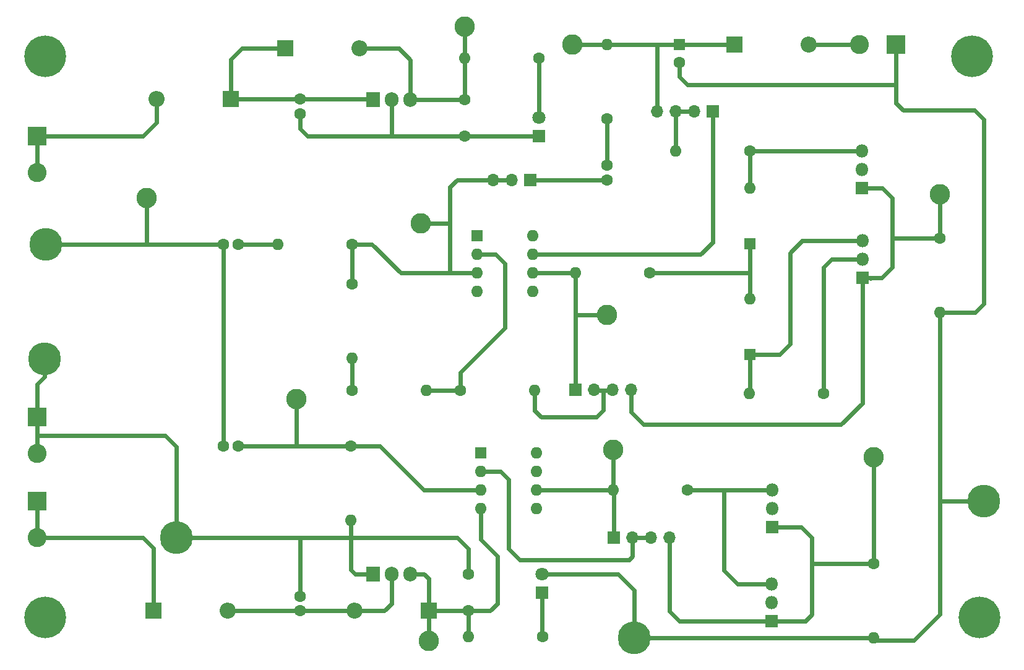
<source format=gbr>
%TF.GenerationSoftware,KiCad,Pcbnew,(7.0.0)*%
%TF.CreationDate,2023-03-04T17:42:30+02:00*%
%TF.ProjectId,RN-distorsiuni,524e2d64-6973-4746-9f72-7369756e692e,rev?*%
%TF.SameCoordinates,Original*%
%TF.FileFunction,Copper,L1,Top*%
%TF.FilePolarity,Positive*%
%FSLAX46Y46*%
G04 Gerber Fmt 4.6, Leading zero omitted, Abs format (unit mm)*
G04 Created by KiCad (PCBNEW (7.0.0)) date 2023-03-04 17:42:30*
%MOMM*%
%LPD*%
G01*
G04 APERTURE LIST*
%TA.AperFunction,ComponentPad*%
%ADD10C,4.500000*%
%TD*%
%TA.AperFunction,ComponentPad*%
%ADD11C,1.600000*%
%TD*%
%TA.AperFunction,ComponentPad*%
%ADD12O,1.600000X1.600000*%
%TD*%
%TA.AperFunction,ComponentPad*%
%ADD13R,2.600000X2.600000*%
%TD*%
%TA.AperFunction,ComponentPad*%
%ADD14C,2.600000*%
%TD*%
%TA.AperFunction,ComponentPad*%
%ADD15R,1.700000X1.700000*%
%TD*%
%TA.AperFunction,ComponentPad*%
%ADD16O,1.700000X1.700000*%
%TD*%
%TA.AperFunction,ComponentPad*%
%ADD17C,2.800000*%
%TD*%
%TA.AperFunction,ComponentPad*%
%ADD18R,1.600000X1.600000*%
%TD*%
%TA.AperFunction,ComponentPad*%
%ADD19C,3.600000*%
%TD*%
%TA.AperFunction,ConnectorPad*%
%ADD20C,5.700000*%
%TD*%
%TA.AperFunction,ComponentPad*%
%ADD21R,2.200000X2.200000*%
%TD*%
%TA.AperFunction,ComponentPad*%
%ADD22O,2.200000X2.200000*%
%TD*%
%TA.AperFunction,ComponentPad*%
%ADD23R,1.905000X2.000000*%
%TD*%
%TA.AperFunction,ComponentPad*%
%ADD24O,1.905000X2.000000*%
%TD*%
%TA.AperFunction,ComponentPad*%
%ADD25R,1.800000X1.800000*%
%TD*%
%TA.AperFunction,ComponentPad*%
%ADD26O,1.800000X1.800000*%
%TD*%
%TA.AperFunction,ComponentPad*%
%ADD27C,1.800000*%
%TD*%
%TA.AperFunction,Conductor*%
%ADD28C,0.600000*%
%TD*%
G04 APERTURE END LIST*
D10*
%TO.P,TP14,1,1*%
%TO.N,GND*%
X112500000Y-131000000D03*
%TD*%
D11*
%TO.P,Rs1,1*%
%TO.N,Net-(Dled1-A)*%
X162155329Y-65373772D03*
D12*
%TO.P,Rs1,2*%
%TO.N,+5V*%
X151995328Y-65373771D03*
%TD*%
D11*
%TO.P,R1,1*%
%TO.N,Net-(C2-Pad1)*%
X171500000Y-73626617D03*
D12*
%TO.P,R1,2*%
%TO.N,Net-(D1-K)*%
X171499999Y-63466616D03*
%TD*%
D13*
%TO.P,Js_alt1,1,Pin_1*%
%TO.N,GND*%
X210999999Y-63499999D03*
D14*
%TO.P,Js_alt1,2,Pin_2*%
%TO.N,Net-(D1-A)*%
X206000000Y-63500000D03*
%TD*%
D15*
%TO.P,J3,1,Pin_1*%
%TO.N,Net-(J3-Pin_1)*%
X160999999Y-81999999D03*
D16*
%TO.P,J3,2,Pin_2*%
%TO.N,Net-(J3-Pin_2)*%
X158459999Y-81999999D03*
%TO.P,J3,3,Pin_3*%
X155919999Y-81999999D03*
%TD*%
D11*
%TO.P,Cs2,1*%
%TO.N,+5V*%
X152000000Y-71000000D03*
%TO.P,Cs2,2*%
%TO.N,GND*%
X152000000Y-76000000D03*
%TD*%
%TO.P,R3,1*%
%TO.N,Net-(J3-Pin_2)*%
X136566764Y-96243235D03*
D12*
%TO.P,R3,2*%
%TO.N,GND*%
X136566763Y-106403234D03*
%TD*%
D11*
%TO.P,C2,1*%
%TO.N,Net-(C2-Pad1)*%
X171500000Y-80000000D03*
%TO.P,C2,2*%
%TO.N,Net-(J3-Pin_1)*%
X171500000Y-82000000D03*
%TD*%
D17*
%TO.P,TP11,1,1*%
%TO.N,IN*%
X108500000Y-84500000D03*
%TD*%
D18*
%TO.P,U1,1,NULL*%
%TO.N,unconnected-(U1-NULL-Pad1)*%
X153699999Y-89699999D03*
D12*
%TO.P,U1,2,-*%
%TO.N,Net-(U1--)*%
X153699999Y-92239999D03*
%TO.P,U1,3,+*%
%TO.N,Net-(J3-Pin_2)*%
X153699999Y-94779999D03*
%TO.P,U1,4,V-*%
%TO.N,-5V*%
X153699999Y-97319999D03*
%TO.P,U1,5,NULL*%
%TO.N,unconnected-(U1-NULL-Pad5)*%
X161319999Y-97319999D03*
%TO.P,U1,6*%
%TO.N,Net-(J1-Pin_1)*%
X161319999Y-94779999D03*
%TO.P,U1,7,V+*%
%TO.N,+5V*%
X161319999Y-92239999D03*
%TO.P,U1,8,NC*%
%TO.N,unconnected-(U1-NC-Pad8)*%
X161319999Y-89699999D03*
%TD*%
D11*
%TO.P,RL2,1*%
%TO.N,Net-(J4-Pin_4)*%
X208000000Y-134500000D03*
D12*
%TO.P,RL2,2*%
%TO.N,GND*%
X207999999Y-144659999D03*
%TD*%
D11*
%TO.P,C3,1*%
%TO.N,IN*%
X119000000Y-90810000D03*
%TO.P,C3,2*%
%TO.N,Net-(C3-Pad2)*%
X121000000Y-90810000D03*
%TD*%
D17*
%TO.P,TP8,1,1*%
%TO.N,Net-(J4-Pin_4)*%
X208000000Y-120000000D03*
%TD*%
D18*
%TO.P,C1,1*%
%TO.N,Net-(D1-K)*%
X181383196Y-63458878D03*
D11*
%TO.P,C1,2*%
%TO.N,GND*%
X181383197Y-65958879D03*
%TD*%
D19*
%TO.P,H3,1*%
%TO.N,N/C*%
X221400000Y-65100000D03*
D20*
X221400000Y-65100000D03*
%TD*%
D10*
%TO.P,TP1,1,1*%
%TO.N,GND*%
X94500000Y-106500000D03*
%TD*%
D17*
%TO.P,TP6,1,1*%
%TO.N,Net-(J1-Pin_4)*%
X217000000Y-84000000D03*
%TD*%
D11*
%TO.P,Cs4,1*%
%TO.N,-5V*%
X152500000Y-141000000D03*
%TO.P,Cs4,2*%
%TO.N,GND*%
X152500000Y-136000000D03*
%TD*%
%TO.P,C4,1*%
%TO.N,IN*%
X118993008Y-118466002D03*
%TO.P,C4,2*%
%TO.N,Net-(U2-+)*%
X120993008Y-118466002D03*
%TD*%
%TO.P,R9,1*%
%TO.N,Net-(U2-+)*%
X136449866Y-118430360D03*
D12*
%TO.P,R9,2*%
%TO.N,GND*%
X136449865Y-128590359D03*
%TD*%
D13*
%TO.P,Js3,1,Pin_1*%
%TO.N,Net-(Ds3-K)*%
X93499999Y-125999999D03*
D14*
%TO.P,Js3,2,Pin_2*%
X93500000Y-131000000D03*
%TD*%
D21*
%TO.P,Ds1,1,K*%
%TO.N,Net-(Ds1-K)*%
X119999999Y-70954509D03*
D22*
%TO.P,Ds1,2,A*%
%TO.N,Net-(Ds1-A)*%
X109839999Y-70954509D03*
%TD*%
D11*
%TO.P,Cs3,1*%
%TO.N,Net-(Ds3-A)*%
X129500000Y-141000000D03*
%TO.P,Cs3,2*%
%TO.N,GND*%
X129500000Y-139000000D03*
%TD*%
D15*
%TO.P,J1,1,Pin_1*%
%TO.N,Net-(J1-Pin_1)*%
X167139696Y-110757277D03*
D16*
%TO.P,J1,2,Pin_2*%
%TO.N,Net-(J1-Pin_2)*%
X169679696Y-110757277D03*
%TO.P,J1,3,Pin_3*%
X172219696Y-110757277D03*
%TO.P,J1,4,Pin_4*%
%TO.N,Net-(J1-Pin_4)*%
X174759696Y-110757277D03*
%TD*%
D17*
%TO.P,TP7,1,1*%
%TO.N,Net-(J4-Pin_1)*%
X172336532Y-118918266D03*
%TD*%
D11*
%TO.P,R2,1*%
%TO.N,Net-(J3-Pin_2)*%
X136580000Y-90810000D03*
D12*
%TO.P,R2,2*%
%TO.N,Net-(C3-Pad2)*%
X126419999Y-90809999D03*
%TD*%
D21*
%TO.P,D1,1,K*%
%TO.N,Net-(D1-K)*%
X188919999Y-63499999D03*
D22*
%TO.P,D1,2,A*%
%TO.N,Net-(D1-A)*%
X199079999Y-63499999D03*
%TD*%
D11*
%TO.P,R6,1*%
%TO.N,Net-(D2-K)*%
X177300000Y-94772448D03*
D12*
%TO.P,R6,2*%
%TO.N,Net-(J1-Pin_1)*%
X167139999Y-94772447D03*
%TD*%
D23*
%TO.P,U4,1,GND*%
%TO.N,GND*%
X139459999Y-135944999D03*
D24*
%TO.P,U4,2,VI*%
%TO.N,Net-(Ds3-A)*%
X141999999Y-135944999D03*
%TO.P,U4,3,VO*%
%TO.N,-5V*%
X144539999Y-135944999D03*
%TD*%
D18*
%TO.P,D3,1,K*%
%TO.N,Net-(D3-K)*%
X190994643Y-105903449D03*
D12*
%TO.P,D3,2,A*%
%TO.N,Net-(D2-K)*%
X190994643Y-98283449D03*
%TD*%
D25*
%TO.P,Q1,1,E*%
%TO.N,Net-(J1-Pin_4)*%
X206390552Y-83170345D03*
D26*
%TO.P,Q1,2,C*%
%TO.N,+5V*%
X206390552Y-80630345D03*
%TO.P,Q1,3,B*%
%TO.N,Net-(D2-A)*%
X206390552Y-78090345D03*
%TD*%
D10*
%TO.P,J5,1,Pin_1*%
%TO.N,IN*%
X94687311Y-90853164D03*
%TD*%
D11*
%TO.P,R5,1*%
%TO.N,Net-(U1--)*%
X151420000Y-110810000D03*
D12*
%TO.P,R5,2*%
%TO.N,Net-(J1-Pin_2)*%
X161579999Y-110809999D03*
%TD*%
D17*
%TO.P,TP13,1,1*%
%TO.N,Net-(U2-+)*%
X129000000Y-112000000D03*
%TD*%
D25*
%TO.P,Dled1,1,K*%
%TO.N,GND*%
X162155328Y-76039999D03*
D27*
%TO.P,Dled1,2,A*%
%TO.N,Net-(Dled1-A)*%
X162155329Y-73500000D03*
%TD*%
D23*
%TO.P,U3,1,IN*%
%TO.N,Net-(Ds1-K)*%
X139499999Y-70999999D03*
D24*
%TO.P,U3,2,GND*%
%TO.N,GND*%
X142039999Y-70999999D03*
%TO.P,U3,3,OUT*%
%TO.N,+5V*%
X144579999Y-70999999D03*
%TD*%
D25*
%TO.P,Q4,1,E*%
%TO.N,Net-(J4-Pin_4)*%
X193987075Y-142389999D03*
D26*
%TO.P,Q4,2,C*%
%TO.N,-5V*%
X193987075Y-139849999D03*
%TO.P,Q4,3,B*%
%TO.N,Net-(Q3-B)*%
X193987075Y-137309999D03*
%TD*%
D17*
%TO.P,TP4,1,1*%
%TO.N,Net-(D1-K)*%
X166747136Y-63482816D03*
%TD*%
D13*
%TO.P,Js2,1,Pin_1*%
%TO.N,GND*%
X93499999Y-114499999D03*
D14*
%TO.P,Js2,2,Pin_2*%
X93500000Y-119500000D03*
%TD*%
D25*
%TO.P,Dled2,1,K*%
%TO.N,Net-(Dled2-K)*%
X162621210Y-138539999D03*
D27*
%TO.P,Dled2,2,A*%
%TO.N,GND*%
X162621211Y-136000000D03*
%TD*%
D11*
%TO.P,Cs1,1*%
%TO.N,Net-(Ds1-K)*%
X129500000Y-70954510D03*
%TO.P,Cs1,2*%
%TO.N,GND*%
X129500000Y-72954510D03*
%TD*%
D17*
%TO.P,TP9,1,1*%
%TO.N,+5V*%
X152000000Y-61000000D03*
%TD*%
D15*
%TO.P,J2,1,Pin_1*%
%TO.N,+5V*%
X185931040Y-72671792D03*
D16*
%TO.P,J2,2,Pin_2*%
%TO.N,Net-(J2-Pin_2)*%
X183391040Y-72671792D03*
%TO.P,J2,3,Pin_3*%
X180851040Y-72671792D03*
%TO.P,J2,4,Pin_4*%
%TO.N,Net-(D1-K)*%
X178311040Y-72671792D03*
%TD*%
D18*
%TO.P,U2,1,NULL*%
%TO.N,unconnected-(U2-NULL-Pad1)*%
X154199999Y-119346889D03*
D12*
%TO.P,U2,2,-*%
%TO.N,Net-(J4-Pin_2)*%
X154199999Y-121886889D03*
%TO.P,U2,3,+*%
%TO.N,Net-(U2-+)*%
X154199999Y-124426889D03*
%TO.P,U2,4,V-*%
%TO.N,-5V*%
X154199999Y-126966889D03*
%TO.P,U2,5,NULL*%
%TO.N,unconnected-(U2-NULL-Pad5)*%
X161819999Y-126966889D03*
%TO.P,U2,6*%
%TO.N,Net-(J4-Pin_1)*%
X161819999Y-124426889D03*
%TO.P,U2,7,V+*%
%TO.N,+5V*%
X161819999Y-121886889D03*
%TO.P,U2,8,NC*%
%TO.N,unconnected-(U2-NC-Pad8)*%
X161819999Y-119346889D03*
%TD*%
D11*
%TO.P,R10,1*%
%TO.N,Net-(Q3-B)*%
X182500000Y-124414569D03*
D12*
%TO.P,R10,2*%
%TO.N,Net-(J4-Pin_1)*%
X172339999Y-124414568D03*
%TD*%
D25*
%TO.P,Q2,1,E*%
%TO.N,Net-(J1-Pin_4)*%
X206436412Y-95406965D03*
D26*
%TO.P,Q2,2,C*%
%TO.N,-5V*%
X206436412Y-92866965D03*
%TO.P,Q2,3,B*%
%TO.N,Net-(D3-K)*%
X206436412Y-90326965D03*
%TD*%
D18*
%TO.P,D2,1,K*%
%TO.N,Net-(D2-K)*%
X190994643Y-90783449D03*
D12*
%TO.P,D2,2,A*%
%TO.N,Net-(D2-A)*%
X190994643Y-83163449D03*
%TD*%
D17*
%TO.P,TP10,1,1*%
%TO.N,-5V*%
X147086491Y-145103405D03*
%TD*%
D25*
%TO.P,Q3,1,E*%
%TO.N,Net-(J4-Pin_4)*%
X194112075Y-129514628D03*
D26*
%TO.P,Q3,2,C*%
%TO.N,+5V*%
X194112075Y-126974628D03*
%TO.P,Q3,3,B*%
%TO.N,Net-(Q3-B)*%
X194112075Y-124434628D03*
%TD*%
D11*
%TO.P,R4,1*%
%TO.N,GND*%
X136570219Y-110826691D03*
D12*
%TO.P,R4,2*%
%TO.N,Net-(U1--)*%
X146730218Y-110826690D03*
%TD*%
D11*
%TO.P,Rs2,1*%
%TO.N,Net-(Dled2-K)*%
X162648923Y-144500000D03*
D12*
%TO.P,Rs2,2*%
%TO.N,-5V*%
X152488922Y-144499999D03*
%TD*%
D11*
%TO.P,RL1,1*%
%TO.N,Net-(J1-Pin_4)*%
X217000000Y-90000000D03*
D12*
%TO.P,RL1,2*%
%TO.N,GND*%
X216999999Y-100159999D03*
%TD*%
D21*
%TO.P,Ds3,1,K*%
%TO.N,Net-(Ds3-K)*%
X109419999Y-140999999D03*
D22*
%TO.P,Ds3,2,A*%
%TO.N,Net-(Ds3-A)*%
X119579999Y-140999999D03*
%TD*%
D19*
%TO.P,H1,1*%
%TO.N,N/C*%
X222400000Y-141900000D03*
D20*
X222400000Y-141900000D03*
%TD*%
D11*
%TO.P,R7,1*%
%TO.N,-5V*%
X201074644Y-111283450D03*
D12*
%TO.P,R7,2*%
%TO.N,Net-(D3-K)*%
X190914643Y-111283449D03*
%TD*%
D19*
%TO.P,H2,1*%
%TO.N,N/C*%
X94600000Y-141900000D03*
D20*
X94600000Y-141900000D03*
%TD*%
D15*
%TO.P,J4,1,Pin_1*%
%TO.N,Net-(J4-Pin_1)*%
X172419999Y-130999999D03*
D16*
%TO.P,J4,2,Pin_2*%
%TO.N,Net-(J4-Pin_2)*%
X174959999Y-130999999D03*
%TO.P,J4,3,Pin_3*%
X177499999Y-130999999D03*
%TO.P,J4,4,Pin_4*%
%TO.N,Net-(J4-Pin_4)*%
X180039999Y-130999999D03*
%TD*%
D10*
%TO.P,TP3,1,1*%
%TO.N,GND*%
X223000000Y-126000000D03*
%TD*%
D19*
%TO.P,H4,1*%
%TO.N,N/C*%
X94600000Y-65100000D03*
D20*
X94600000Y-65100000D03*
%TD*%
D17*
%TO.P,TP12,1,1*%
%TO.N,Net-(J3-Pin_2)*%
X146000000Y-88000000D03*
%TD*%
%TO.P,TP5,1,1*%
%TO.N,Net-(J1-Pin_1)*%
X171500000Y-100500000D03*
%TD*%
D11*
%TO.P,R8,1*%
%TO.N,Net-(D2-A)*%
X190994644Y-78053450D03*
D12*
%TO.P,R8,2*%
%TO.N,Net-(J2-Pin_2)*%
X180834643Y-78053449D03*
%TD*%
D21*
%TO.P,Ds2,1,K*%
%TO.N,Net-(Ds1-K)*%
X127419999Y-63999999D03*
D22*
%TO.P,Ds2,2,A*%
%TO.N,+5V*%
X137579999Y-63999999D03*
%TD*%
D21*
%TO.P,Ds4,1,K*%
%TO.N,-5V*%
X147079999Y-140999999D03*
D22*
%TO.P,Ds4,2,A*%
%TO.N,Net-(Ds3-A)*%
X136919999Y-140999999D03*
%TD*%
D10*
%TO.P,TP2,1,1*%
%TO.N,GND*%
X175206888Y-144660836D03*
%TD*%
D13*
%TO.P,Js1,1,Pin_1*%
%TO.N,Net-(Ds1-A)*%
X93499999Y-75999999D03*
D14*
%TO.P,Js1,2,Pin_2*%
X93500000Y-81000000D03*
%TD*%
D28*
%TO.N,GND*%
X111000000Y-117000000D02*
X112500000Y-118500000D01*
X93500000Y-117000000D02*
X111000000Y-117000000D01*
X112500000Y-118500000D02*
X112500000Y-131000000D01*
X112500000Y-131000000D02*
X129500000Y-131000000D01*
%TO.N,Net-(D1-K)*%
X181383197Y-63458879D02*
X178500000Y-63458879D01*
X171507738Y-63458879D02*
X171500000Y-63466617D01*
X188920000Y-63500000D02*
X181424318Y-63500000D01*
X171483801Y-63482816D02*
X171500000Y-63466617D01*
X181424318Y-63500000D02*
X181383197Y-63458879D01*
X178311041Y-63647838D02*
X178500000Y-63458879D01*
X178311041Y-72671793D02*
X178311041Y-63647838D01*
X178500000Y-63458879D02*
X171507738Y-63458879D01*
X166747136Y-63482816D02*
X171483801Y-63482816D01*
%TO.N,GND*%
X208340000Y-145000000D02*
X208000000Y-144660000D01*
X162115329Y-76000000D02*
X152000000Y-76000000D01*
X136449866Y-135394866D02*
X137000000Y-135945000D01*
X136566764Y-106403235D02*
X136566764Y-110823236D01*
X182500000Y-69000000D02*
X211000000Y-69000000D01*
X130500000Y-76000000D02*
X129500000Y-75000000D01*
X217000000Y-100160000D02*
X217000000Y-126000000D01*
X217000000Y-126000000D02*
X217000000Y-141500000D01*
X221840000Y-100160000D02*
X217000000Y-100160000D01*
X211000000Y-69000000D02*
X211000000Y-71500000D01*
X217000000Y-141500000D02*
X213500000Y-145000000D01*
X223000000Y-73750000D02*
X223000000Y-99000000D01*
X208000000Y-144660000D02*
X178160000Y-144660000D01*
X151000000Y-131000000D02*
X129500000Y-131000000D01*
X136449866Y-128590360D02*
X136449866Y-135394866D01*
X136566764Y-110823236D02*
X136570219Y-110826691D01*
X152500000Y-136000000D02*
X152500000Y-132500000D01*
X178160000Y-144660000D02*
X178159164Y-144660836D01*
X211000000Y-71500000D02*
X212000000Y-72500000D01*
X173000000Y-136000000D02*
X162621211Y-136000000D01*
X175206888Y-138206888D02*
X173000000Y-136000000D01*
X152000000Y-76000000D02*
X142000000Y-76000000D01*
X162155329Y-76040000D02*
X162115329Y-76000000D01*
X175206888Y-144660836D02*
X175206888Y-138206888D01*
X178159164Y-144660836D02*
X175206888Y-144660836D01*
X223000000Y-99000000D02*
X221840000Y-100160000D01*
X181383197Y-67883197D02*
X182500000Y-69000000D01*
X137000000Y-135945000D02*
X139460000Y-135945000D01*
X223000000Y-126000000D02*
X217000000Y-126000000D01*
X142040000Y-71000000D02*
X142040000Y-75960000D01*
X94500000Y-106500000D02*
X94500000Y-109000000D01*
X212000000Y-72500000D02*
X221750000Y-72500000D01*
X93500000Y-114500000D02*
X93500000Y-117000000D01*
X142040000Y-75960000D02*
X142000000Y-76000000D01*
X181383197Y-65958879D02*
X181383197Y-67883197D01*
X221750000Y-72500000D02*
X223000000Y-73750000D01*
X93500000Y-110000000D02*
X93500000Y-114500000D01*
X94500000Y-109000000D02*
X93500000Y-110000000D01*
X93500000Y-117000000D02*
X93500000Y-119500000D01*
X211000000Y-63500000D02*
X211000000Y-69000000D01*
X129500000Y-139000000D02*
X129500000Y-131000000D01*
X129500000Y-75000000D02*
X129500000Y-72954510D01*
X152500000Y-132500000D02*
X151000000Y-131000000D01*
X213500000Y-145000000D02*
X208340000Y-145000000D01*
X142000000Y-76000000D02*
X130500000Y-76000000D01*
%TO.N,Net-(C2-Pad1)*%
X171500000Y-73626617D02*
X171500000Y-80000000D01*
%TO.N,Net-(J3-Pin_1)*%
X161000000Y-82000000D02*
X171500000Y-82000000D01*
%TO.N,IN*%
X119000000Y-90810000D02*
X119000000Y-118459010D01*
X94687311Y-90853164D02*
X108500000Y-90853164D01*
X119000000Y-118459010D02*
X118993008Y-118466002D01*
X108500000Y-90853164D02*
X118956836Y-90853164D01*
X108500000Y-84500000D02*
X108500000Y-90853164D01*
X118956836Y-90853164D02*
X119000000Y-90810000D01*
%TO.N,Net-(C3-Pad2)*%
X121000000Y-90810000D02*
X126420000Y-90810000D01*
%TO.N,Net-(U2-+)*%
X120993008Y-118466002D02*
X129000000Y-118466002D01*
X146426890Y-124426890D02*
X154200000Y-124426890D01*
X136449866Y-118430360D02*
X140430360Y-118430360D01*
X129000000Y-118466002D02*
X136414224Y-118466002D01*
X140430360Y-118430360D02*
X146426890Y-124426890D01*
X136414224Y-118466002D02*
X136449866Y-118430360D01*
X129000000Y-112000000D02*
X129000000Y-118466002D01*
%TO.N,Net-(Ds1-K)*%
X127420000Y-64000000D02*
X121500000Y-64000000D01*
X120000000Y-65500000D02*
X120000000Y-70954510D01*
X121500000Y-64000000D02*
X120000000Y-65500000D01*
X139454510Y-70954510D02*
X139500000Y-71000000D01*
X120000000Y-70954510D02*
X129500000Y-70954510D01*
X129500000Y-70954510D02*
X139454510Y-70954510D01*
%TO.N,+5V*%
X144580000Y-65580000D02*
X144580000Y-71000000D01*
X143000000Y-64000000D02*
X144580000Y-65580000D01*
X152000000Y-65378443D02*
X151995329Y-65373772D01*
X144580000Y-71000000D02*
X152000000Y-71000000D01*
X137580000Y-64000000D02*
X143000000Y-64000000D01*
X185931041Y-90568959D02*
X185931041Y-72671793D01*
X184260000Y-92240000D02*
X185931041Y-90568959D01*
X161320000Y-92240000D02*
X184260000Y-92240000D01*
X152000000Y-65369101D02*
X151995329Y-65373772D01*
X152000000Y-61000000D02*
X152000000Y-65369101D01*
X152000000Y-71000000D02*
X152000000Y-65378443D01*
%TO.N,Net-(Ds3-A)*%
X142000000Y-135945000D02*
X142000000Y-140000000D01*
X119580000Y-141000000D02*
X129500000Y-141000000D01*
X129500000Y-141000000D02*
X136920000Y-141000000D01*
X141000000Y-141000000D02*
X136920000Y-141000000D01*
X142000000Y-140000000D02*
X141000000Y-141000000D01*
%TO.N,-5V*%
X201074644Y-93957262D02*
X201074644Y-111283450D01*
X147086491Y-141006491D02*
X147080000Y-141000000D01*
X156500000Y-133500000D02*
X154200000Y-131200000D01*
X147080000Y-136580000D02*
X147080000Y-141000000D01*
X147080000Y-141000000D02*
X152500000Y-141000000D01*
X202164940Y-92866966D02*
X201074644Y-93957262D01*
X147086491Y-145103405D02*
X147086491Y-141006491D01*
X152500000Y-141000000D02*
X155500000Y-141000000D01*
X152500000Y-144488923D02*
X152488923Y-144500000D01*
X146445000Y-135945000D02*
X147080000Y-136580000D01*
X206436413Y-92866966D02*
X202164940Y-92866966D01*
X144540000Y-135945000D02*
X146445000Y-135945000D01*
X154200000Y-131200000D02*
X154200000Y-126966890D01*
X156500000Y-140000000D02*
X156500000Y-133500000D01*
X152500000Y-141000000D02*
X152500000Y-144488923D01*
X155500000Y-141000000D02*
X156500000Y-140000000D01*
X152497306Y-140997306D02*
X152500000Y-141000000D01*
%TO.N,Net-(D1-A)*%
X206000000Y-63500000D02*
X199080000Y-63500000D01*
%TO.N,Net-(D2-K)*%
X177300000Y-94772448D02*
X190994644Y-94772448D01*
X190994644Y-90783450D02*
X190994644Y-95000000D01*
X190994644Y-95000000D02*
X190994644Y-98283450D01*
%TO.N,Net-(D2-A)*%
X206353657Y-78053450D02*
X206390553Y-78090346D01*
X190994644Y-78053450D02*
X206353657Y-78053450D01*
X190994644Y-78053450D02*
X190994644Y-83163450D01*
%TO.N,Net-(D3-K)*%
X198173034Y-90326966D02*
X196500000Y-92000000D01*
X196500000Y-92000000D02*
X196500000Y-104500000D01*
X195096550Y-105903450D02*
X190994644Y-105903450D01*
X206436413Y-90326966D02*
X198173034Y-90326966D01*
X196500000Y-104500000D02*
X195096550Y-105903450D01*
X190994644Y-105903450D02*
X190994644Y-111203450D01*
X190994644Y-111203450D02*
X190914644Y-111283450D01*
%TO.N,Net-(Dled1-A)*%
X162155329Y-65373772D02*
X162155329Y-73500000D01*
%TO.N,Net-(Dled2-K)*%
X162621211Y-138540000D02*
X162621211Y-144508698D01*
%TO.N,Net-(Ds1-A)*%
X109840000Y-74160000D02*
X109840000Y-70954510D01*
X108000000Y-76000000D02*
X109840000Y-74160000D01*
X93500000Y-76000000D02*
X108000000Y-76000000D01*
X93500000Y-76000000D02*
X93500000Y-81000000D01*
%TO.N,Net-(Ds3-K)*%
X109420000Y-132420000D02*
X109420000Y-141000000D01*
X93500000Y-131000000D02*
X108000000Y-131000000D01*
X93500000Y-126000000D02*
X93500000Y-131000000D01*
X108000000Y-131000000D02*
X109420000Y-132420000D01*
%TO.N,Net-(J1-Pin_1)*%
X167139697Y-94772751D02*
X167140000Y-94772448D01*
X167132448Y-94780000D02*
X167140000Y-94772448D01*
X167139697Y-100500000D02*
X167139697Y-94772751D01*
X167139697Y-110757278D02*
X167139697Y-100500000D01*
X161320000Y-94780000D02*
X167132448Y-94780000D01*
X171500000Y-100500000D02*
X167139697Y-100500000D01*
%TO.N,Net-(J1-Pin_2)*%
X170000000Y-114500000D02*
X162500000Y-114500000D01*
X171000000Y-110810000D02*
X170131547Y-110810000D01*
X172671547Y-110810000D02*
X171000000Y-110810000D01*
X161580000Y-113580000D02*
X161580000Y-110810000D01*
X162500000Y-114500000D02*
X161580000Y-113580000D01*
X171000000Y-110810000D02*
X171000000Y-113500000D01*
X171000000Y-113500000D02*
X170000000Y-114500000D01*
%TO.N,Net-(J1-Pin_4)*%
X217000000Y-84000000D02*
X217000000Y-90000000D01*
X209170346Y-83170346D02*
X210500000Y-84500000D01*
X206436413Y-95406966D02*
X208093034Y-95406966D01*
X209093034Y-95406966D02*
X207593034Y-95406966D01*
X206390553Y-83170346D02*
X209170346Y-83170346D01*
X210500000Y-84500000D02*
X210500000Y-90000000D01*
X206436413Y-112563587D02*
X203500000Y-115500000D01*
X210500000Y-94000000D02*
X210500000Y-90000000D01*
X174759697Y-113759697D02*
X174759697Y-110757278D01*
X176500000Y-115500000D02*
X174759697Y-113759697D01*
X206436413Y-95406966D02*
X206436413Y-112563587D01*
X207593034Y-95406966D02*
X207500000Y-95500000D01*
X209093034Y-95406966D02*
X210500000Y-94000000D01*
X203500000Y-115500000D02*
X176500000Y-115500000D01*
X217000000Y-90000000D02*
X210500000Y-90000000D01*
%TO.N,Net-(J2-Pin_2)*%
X180834644Y-78053450D02*
X180834644Y-72688190D01*
X183391041Y-72671793D02*
X180851041Y-72671793D01*
X180834644Y-72688190D02*
X180851041Y-72671793D01*
%TO.N,Net-(J3-Pin_2)*%
X136580000Y-90810000D02*
X139310000Y-90810000D01*
X150000000Y-88000000D02*
X150000000Y-94780000D01*
X143280000Y-94780000D02*
X150000000Y-94780000D01*
X136580000Y-96229999D02*
X136566764Y-96243235D01*
X139310000Y-90810000D02*
X143280000Y-94780000D01*
X158460000Y-82000000D02*
X155920000Y-82000000D01*
X146000000Y-88000000D02*
X150000000Y-88000000D01*
X151000000Y-82000000D02*
X150000000Y-83000000D01*
X136580000Y-90810000D02*
X136580000Y-96229999D01*
X150000000Y-94780000D02*
X153700000Y-94780000D01*
X155920000Y-82000000D02*
X151000000Y-82000000D01*
X150000000Y-83000000D02*
X150000000Y-88000000D01*
%TO.N,Net-(J4-Pin_1)*%
X172336532Y-118918266D02*
X172336532Y-124411101D01*
X161820000Y-124426890D02*
X172327679Y-124426890D01*
X172420000Y-124494569D02*
X172340000Y-124414569D01*
X172327679Y-124426890D02*
X172340000Y-124414569D01*
X172420000Y-131000000D02*
X172337996Y-130917996D01*
X172337996Y-124416573D02*
X172340000Y-124414569D01*
X172420000Y-131000000D02*
X172420000Y-124494569D01*
X172336532Y-124411101D02*
X172340000Y-124414569D01*
%TO.N,Net-(J4-Pin_2)*%
X156886890Y-121886890D02*
X158000000Y-123000000D01*
X174500000Y-134000000D02*
X174960000Y-133540000D01*
X177500000Y-131000000D02*
X174960000Y-131000000D01*
X174960000Y-133540000D02*
X174960000Y-131000000D01*
X158000000Y-132500000D02*
X159500000Y-134000000D01*
X159500000Y-134000000D02*
X174500000Y-134000000D01*
X154200000Y-121886890D02*
X156886890Y-121886890D01*
X158000000Y-123000000D02*
X158000000Y-132500000D01*
%TO.N,Net-(J4-Pin_4)*%
X198014629Y-129514629D02*
X194112076Y-129514629D01*
X181390000Y-142390000D02*
X193987076Y-142390000D01*
X198610000Y-142390000D02*
X199500000Y-141500000D01*
X199500000Y-134500000D02*
X199500000Y-131000000D01*
X180040000Y-141040000D02*
X181390000Y-142390000D01*
X199500000Y-131000000D02*
X198014629Y-129514629D01*
X180040000Y-131000000D02*
X180040000Y-141040000D01*
X208000000Y-134500000D02*
X199500000Y-134500000D01*
X199500000Y-141500000D02*
X199500000Y-134500000D01*
X208000000Y-120000000D02*
X208000000Y-134500000D01*
X193987076Y-142390000D02*
X198610000Y-142390000D01*
%TO.N,Net-(Q3-B)*%
X182500000Y-124414569D02*
X187500000Y-124414569D01*
X193987076Y-137310000D02*
X189310000Y-137310000D01*
X187500000Y-124414569D02*
X194092016Y-124414569D01*
X187500000Y-135500000D02*
X187500000Y-124414569D01*
X189310000Y-137310000D02*
X187500000Y-135500000D01*
X194092016Y-124414569D02*
X194112076Y-124434629D01*
%TO.N,Net-(U1--)*%
X156240000Y-92240000D02*
X153700000Y-92240000D01*
X157500000Y-102250000D02*
X157500000Y-93500000D01*
X151420000Y-110810000D02*
X146746910Y-110810000D01*
X151420000Y-108330000D02*
X157500000Y-102250000D01*
X146746910Y-110810000D02*
X146730219Y-110826691D01*
X151420000Y-110810000D02*
X151420000Y-108330000D01*
X157500000Y-93500000D02*
X156240000Y-92240000D01*
%TD*%
M02*

</source>
